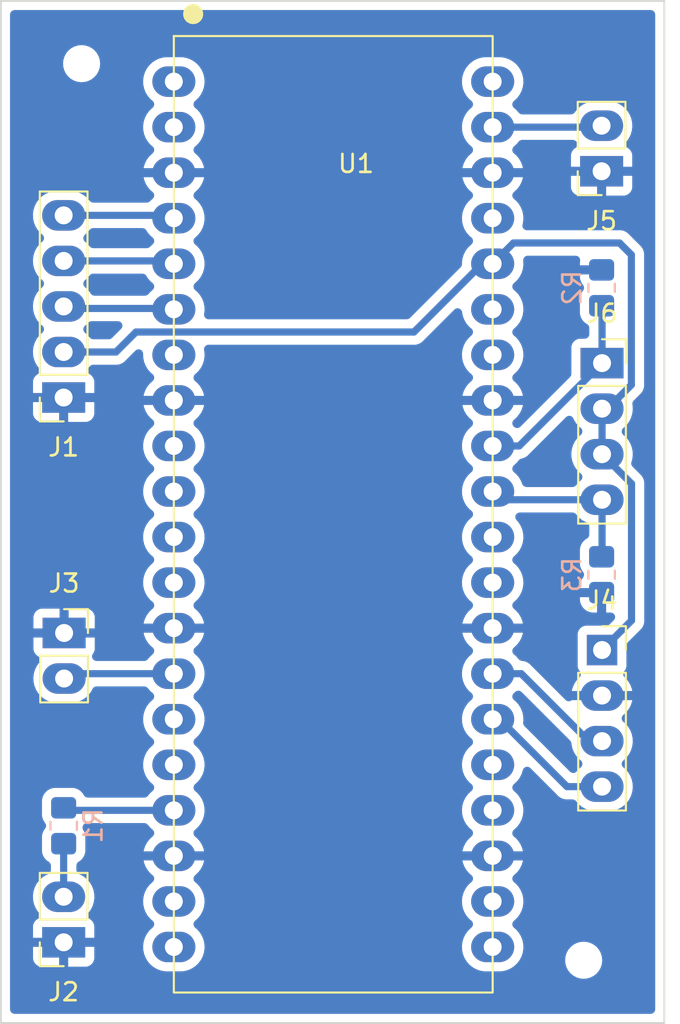
<source format=kicad_pcb>
(kicad_pcb (version 20211014) (generator pcbnew)
  (layers (0 "F.Cu" signal) (31 "B.Cu" signal) (34 "B.Paste" user) (35 "F.Paste" user) (36 "B.SilkS" user "B.Silkscreen") (37 "F.SilkS" user "F.Silkscreen") (38 "B.Mask" user) (39 "F.Mask" user) (44 "Edge.Cuts" user))
  (net 0 "")
  (net 1 "GND")
  (net 2 "3V3_out")
  (net 3 "Net-(J5-Pad2)")
  (net 4 "Net-(J6-Pad1)")
  (net 5 "Net-(J6-Pad4)")
  (net 6 "Net-(R1-Pad2)")
  (net 26 "Net-(R1-Pad1)")
  (net 28 "Net-(U1-Pad6)")
  (net 29 "Net-(U1-Pad5)")
  (net 30 "Net-(U1-Pad4)")
  (net 31 "Net-(U1-Pad14)")
  (net 33 "Net-(U1-Pad27)")
  (net 34 "Net-(U1-Pad26)")
  (footprint "footprints:PI_PICO" (layer "F.Cu") (at 19.805 9.580259)
    (fp_text reference "U1" (at 0 -0.5 unlocked) (layer "F.SilkS"))
    (fp_text value "PI_PICO")
    (fp_rect (start -10.16 -7.62) (end 7.62 45.72) (layer "F.SilkS") (width 0.12) (fill none))
    (fp_circle (center -9.083097 -8.845259) (end -8.583097 -8.845259) (layer "F.SilkS") (width 0.12) (fill solid))
    (pad "1" thru_hole oval (at -10.16 -5.08) (size 2.4 1.7) (drill 1) (layers *.Cu *.Mask))
    (pad "2" thru_hole oval (at -10.16 -2.54) (size 2.4 1.7) (drill 1) (layers *.Cu *.Mask))
    (pad "3" thru_hole oval (at -10.16 0) (size 2.4 1.7) (drill 1) (layers *.Cu *.Mask) (net 1 "GND"))
    (pad "4" thru_hole oval (at -10.16 2.54) (size 2.4 1.7) (drill 1) (layers *.Cu *.Mask) (net 30 "Net-(U1-Pad4)"))
    (pad "5" thru_hole oval (at -10.16 5.08) (size 2.4 1.7) (drill 1) (layers *.Cu *.Mask) (net 29 "Net-(U1-Pad5)"))
    (pad "6" thru_hole oval (at -10.16 7.62) (size 2.4 1.7) (drill 1) (layers *.Cu *.Mask) (net 28 "Net-(U1-Pad6)"))
    (pad "7" thru_hole oval (at -10.16 10.16) (size 2.4 1.7) (drill 1) (layers *.Cu *.Mask))
    (pad "8" thru_hole oval (at -10.16 12.7) (size 2.4 1.7) (drill 1) (layers *.Cu *.Mask) (net 1 "GND"))
    (pad "9" thru_hole oval (at -10.16 15.24) (size 2.4 1.7) (drill 1) (layers *.Cu *.Mask))
    (pad "10" thru_hole oval (at -10.16 17.78) (size 2.4 1.7) (drill 1) (layers *.Cu *.Mask))
    (pad "11" thru_hole oval (at -10.16 20.32) (size 2.4 1.7) (drill 1) (layers *.Cu *.Mask))
    (pad "12" thru_hole oval (at -10.16 22.86) (size 2.4 1.7) (drill 1) (layers *.Cu *.Mask))
    (pad "13" thru_hole oval (at -10.16 25.4) (size 2.4 1.7) (drill 1) (layers *.Cu *.Mask) (net 1 "GND"))
    (pad "14" thru_hole oval (at -10.16 27.94) (size 2.4 1.7) (drill 1) (layers *.Cu *.Mask) (net 31 "Net-(U1-Pad14)"))
    (pad "15" thru_hole oval (at -10.16 30.48) (size 2.4 1.7) (drill 1) (layers *.Cu *.Mask))
    (pad "16" thru_hole oval (at -10.16 33.02) (size 2.4 1.7) (drill 1) (layers *.Cu *.Mask))
    (pad "17" thru_hole oval (at -10.16 35.56) (size 2.4 1.7) (drill 1) (layers *.Cu *.Mask) (net 6 "Net-(R1-Pad2)"))
    (pad "18" thru_hole oval (at -10.16 38.1) (size 2.4 1.7) (drill 1) (layers *.Cu *.Mask) (net 1 "GND"))
    (pad "19" thru_hole oval (at -10.16 40.64) (size 2.4 1.7) (drill 1) (layers *.Cu *.Mask))
    (pad "20" thru_hole oval (at -10.16 43.18) (size 2.4 1.7) (drill 1) (layers *.Cu *.Mask))
    (pad "21" thru_hole oval (at 7.62 43.18) (size 2.4 1.7) (drill 1) (layers *.Cu *.Mask))
    (pad "22" thru_hole oval (at 7.62 40.64) (size 2.4 1.7) (drill 1) (layers *.Cu *.Mask))
    (pad "23" thru_hole oval (at 7.62 38.1) (size 2.4 1.7) (drill 1) (layers *.Cu *.Mask) (net 1 "GND"))
    (pad "24" thru_hole oval (at 7.62 35.56) (size 2.4 1.7) (drill 1) (layers *.Cu *.Mask))
    (pad "25" thru_hole oval (at 7.62 33.02) (size 2.4 1.7) (drill 1) (layers *.Cu *.Mask))
    (pad "26" thru_hole oval (at 7.62 30.48) (size 2.4 1.7) (drill 1) (layers *.Cu *.Mask) (net 34 "Net-(U1-Pad26)"))
    (pad "27" thru_hole oval (at 7.62 27.94) (size 2.4 1.7) (drill 1) (layers *.Cu *.Mask) (net 33 "Net-(U1-Pad27)"))
    (pad "28" thru_hole oval (at 7.62 25.4) (size 2.4 1.7) (drill 1) (layers *.Cu *.Mask) (net 1 "GND"))
    (pad "29" thru_hole oval (at 7.62 22.86) (size 2.4 1.7) (drill 1) (layers *.Cu *.Mask))
    (pad "30" thru_hole oval (at 7.62 20.32) (size 2.4 1.7) (drill 1) (layers *.Cu *.Mask))
    (pad "31" thru_hole oval (at 7.62 17.78) (size 2.4 1.7) (drill 1) (layers *.Cu *.Mask) (net 5 "Net-(J6-Pad4)"))
    (pad "32" thru_hole oval (at 7.62 15.24) (size 2.4 1.7) (drill 1) (layers *.Cu *.Mask) (net 4 "Net-(J6-Pad1)"))
    (pad "33" thru_hole oval (at 7.62 12.7) (size 2.4 1.7) (drill 1) (layers *.Cu *.Mask) (net 1 "GND"))
    (pad "34" thru_hole oval (at 7.62 10.16) (size 2.4 1.7) (drill 1) (layers *.Cu *.Mask))
    (pad "35" thru_hole oval (at 7.62 7.62) (size 2.4 1.7) (drill 1) (layers *.Cu *.Mask))
    (pad "36" thru_hole oval (at 7.62 5.08) (size 2.4 1.7) (drill 1) (layers *.Cu *.Mask) (net 2 "3V3_out"))
    (pad "37" thru_hole oval (at 7.62 2.54) (size 2.4 1.7) (drill 1) (layers *.Cu *.Mask))
    (pad "38" thru_hole oval (at 7.62 0) (size 2.4 1.7) (drill 1) (layers *.Cu *.Mask) (net 1 "GND"))
    (pad "39" thru_hole oval (at 7.62 -2.54) (size 2.4 1.7) (drill 1) (layers *.Cu *.Mask) (net 3 "Net-(J5-Pad2)"))
    (pad "40" thru_hole oval (at 7.62 -5.08) (size 2.4 1.7) (drill 1) (layers *.Cu *.Mask))
  )
  (footprint "Connector_PinSocket_2.54mm:PinSocket_1x05_P2.54mm_Vertical" (layer "F.Cu") (at 3.5 22.12 180)
    (fp_text reference "J1" (at 0 -2.77) (layer "F.SilkS"))
    (fp_text value "rotary")
    (fp_line (start -1.33 1.27) (end -1.33 11.49) (layer "F.SilkS") (width 0.12))
    (fp_line (start 1.33 1.27) (end 1.33 11.49) (layer "F.SilkS") (width 0.12))
    (fp_line (start -1.33 11.49) (end 1.33 11.49) (layer "F.SilkS") (width 0.12))
    (fp_line (start -1.33 1.27) (end 1.33 1.27) (layer "F.SilkS") (width 0.12))
    (fp_line (start 0 -1.33) (end 1.33 -1.33) (layer "F.SilkS") (width 0.12))
    (fp_line (start 1.33 -1.33) (end 1.33 0) (layer "F.SilkS") (width 0.12))
    (pad "1" thru_hole rect (at 0 0 180) (size 2.4 1.7) (drill 1) (layers *.Cu *.Mask) (net 1 "GND"))
    (pad "2" thru_hole oval (at 0 2.54 180) (size 2.4 1.7) (drill 1) (layers *.Cu *.Mask) (net 2 "3V3_out"))
    (pad "3" thru_hole oval (at 0 5.08 180) (size 2.4 1.7) (drill 1) (layers *.Cu *.Mask) (net 28 "Net-(U1-Pad6)"))
    (pad "4" thru_hole oval (at 0 7.62 180) (size 2.4 1.7) (drill 1) (layers *.Cu *.Mask) (net 29 "Net-(U1-Pad5)"))
    (pad "5" thru_hole oval (at 0 10.16 180) (size 2.4 1.7) (drill 1) (layers *.Cu *.Mask) (net 30 "Net-(U1-Pad4)"))
  )
  (footprint "Connector_PinSocket_2.54mm:PinSocket_1x02_P2.54mm_Vertical" (layer "F.Cu") (at 33.5 9.5 180)
    (fp_text reference "J5" (at 0 -2.77) (layer "F.SilkS"))
    (fp_text value "power")
    (fp_line (start 1.33 -1.33) (end 1.33 0) (layer "F.SilkS") (width 0.12))
    (fp_line (start 0 -1.33) (end 1.33 -1.33) (layer "F.SilkS") (width 0.12))
    (fp_line (start -1.33 1.27) (end 1.33 1.27) (layer "F.SilkS") (width 0.12))
    (fp_line (start -1.33 1.27) (end -1.33 3.87) (layer "F.SilkS") (width 0.12))
    (fp_line (start -1.33 3.87) (end 1.33 3.87) (layer "F.SilkS") (width 0.12))
    (fp_line (start 1.33 1.27) (end 1.33 3.87) (layer "F.SilkS") (width 0.12))
    (pad "1" thru_hole rect (at 0 0 180) (size 2.4 1.7) (drill 1) (layers *.Cu *.Mask) (net 1 "GND"))
    (pad "2" thru_hole oval (at 0 2.54 180) (size 2.4 1.7) (drill 1) (layers *.Cu *.Mask) (net 3 "Net-(J5-Pad2)"))
  )
  (footprint "Connector_PinSocket_2.54mm:PinSocket_1x04_P2.54mm_Vertical" (layer "F.Cu") (at 33.525 36.2)
    (fp_text reference "J4" (at 0 -2.77) (layer "F.SilkS"))
    (fp_text value "oled")
    (fp_line (start -1.33 8.95) (end 1.33 8.95) (layer "F.SilkS") (width 0.12))
    (fp_line (start -1.33 1.27) (end 1.33 1.27) (layer "F.SilkS") (width 0.12))
    (fp_line (start 0 -1.33) (end 1.33 -1.33) (layer "F.SilkS") (width 0.12))
    (fp_line (start 1.33 -1.33) (end 1.33 0) (layer "F.SilkS") (width 0.12))
    (fp_line (start -1.33 1.27) (end -1.33 8.95) (layer "F.SilkS") (width 0.12))
    (fp_line (start 1.33 1.27) (end 1.33 8.95) (layer "F.SilkS") (width 0.12))
    (pad "1" thru_hole rect (at 0 0) (size 1.7 1.7) (drill 1) (layers *.Cu *.Mask) (net 2 "3V3_out"))
    (pad "2" thru_hole oval (at 0 2.54) (size 2.4 1.7) (drill 1) (layers *.Cu *.Mask) (net 1 "GND"))
    (pad "3" thru_hole oval (at 0 5.08) (size 2.4 1.7) (drill 1) (layers *.Cu *.Mask) (net 33 "Net-(U1-Pad27)"))
    (pad "4" thru_hole oval (at 0 7.62) (size 2.4 1.7) (drill 1) (layers *.Cu *.Mask) (net 34 "Net-(U1-Pad26)"))
  )
  (footprint "Connector_PinSocket_2.54mm:PinSocket_1x04_P2.54mm_Vertical" (layer "F.Cu") (at 33.525 20.2)
    (fp_text reference "J6" (at 0 -2.77) (layer "F.SilkS"))
    (fp_text value "thermistors")
    (fp_line (start -1.33 8.95) (end 1.33 8.95) (layer "F.SilkS") (width 0.12))
    (fp_line (start 1.33 -1.33) (end 1.33 0) (layer "F.SilkS") (width 0.12))
    (fp_line (start -1.33 1.27) (end 1.33 1.27) (layer "F.SilkS") (width 0.12))
    (fp_line (start 0 -1.33) (end 1.33 -1.33) (layer "F.SilkS") (width 0.12))
    (fp_line (start -1.33 1.27) (end -1.33 8.95) (layer "F.SilkS") (width 0.12))
    (fp_line (start 1.33 1.27) (end 1.33 8.95) (layer "F.SilkS") (width 0.12))
    (pad "1" thru_hole rect (at 0 0) (size 2.4 1.7) (drill 1) (layers *.Cu *.Mask) (net 4 "Net-(J6-Pad1)"))
    (pad "2" thru_hole oval (at 0 2.54) (size 2.4 1.7) (drill 1) (layers *.Cu *.Mask) (net 2 "3V3_out"))
    (pad "3" thru_hole oval (at 0 5.08) (size 2.4 1.7) (drill 1) (layers *.Cu *.Mask) (net 2 "3V3_out"))
    (pad "4" thru_hole oval (at 0 7.62) (size 2.4 1.7) (drill 1) (layers *.Cu *.Mask) (net 5 "Net-(J6-Pad4)"))
  )
  (footprint "Connector_PinSocket_2.54mm:PinSocket_1x02_P2.54mm_Vertical" (layer "F.Cu") (at 3.525 35.25)
    (fp_text reference "J3" (at 0 -2.77) (layer "F.SilkS"))
    (fp_text value "ssr")
    (fp_line (start -1.33 3.87) (end 1.33 3.87) (layer "F.SilkS") (width 0.12))
    (fp_line (start 1.33 -1.33) (end 1.33 0) (layer "F.SilkS") (width 0.12))
    (fp_line (start -1.33 1.27) (end 1.33 1.27) (layer "F.SilkS") (width 0.12))
    (fp_line (start -1.33 1.27) (end -1.33 3.87) (layer "F.SilkS") (width 0.12))
    (fp_line (start 0 -1.33) (end 1.33 -1.33) (layer "F.SilkS") (width 0.12))
    (fp_line (start 1.33 1.27) (end 1.33 3.87) (layer "F.SilkS") (width 0.12))
    (pad "1" thru_hole rect (at 0 0) (size 2.4 1.7) (drill 1) (layers *.Cu *.Mask) (net 1 "GND"))
    (pad "2" thru_hole oval (at 0 2.54) (size 2.4 1.7) (drill 1) (layers *.Cu *.Mask) (net 31 "Net-(U1-Pad14)"))
  )
  (footprint "Connector_PinSocket_2.54mm:PinSocket_1x02_P2.54mm_Vertical" (layer "F.Cu") (at 3.5 52.5 180)
    (fp_text reference "J2" (at 0 -2.77) (layer "F.SilkS"))
    (fp_text value "led")
    (fp_line (start 0 -1.33) (end 1.33 -1.33) (layer "F.SilkS") (width 0.12))
    (fp_line (start -1.33 3.87) (end 1.33 3.87) (layer "F.SilkS") (width 0.12))
    (fp_line (start -1.33 1.27) (end -1.33 3.87) (layer "F.SilkS") (width 0.12))
    (fp_line (start 1.33 1.27) (end 1.33 3.87) (layer "F.SilkS") (width 0.12))
    (fp_line (start 1.33 -1.33) (end 1.33 0) (layer "F.SilkS") (width 0.12))
    (fp_line (start -1.33 1.27) (end 1.33 1.27) (layer "F.SilkS") (width 0.12))
    (pad "1" thru_hole rect (at 0 0 180) (size 2.4 1.7) (drill 1) (layers *.Cu *.Mask) (net 1 "GND"))
    (pad "2" thru_hole oval (at 0 2.54 180) (size 2.4 1.7) (drill 1) (layers *.Cu *.Mask) (net 26 "Net-(R1-Pad1)"))
  )
  (footprint "Resistor_SMD:R_0805_2012Metric_Pad1.20x1.40mm_HandSolder" (layer "B.Cu") (at 33.5 32 -90)
    (fp_text reference "R3" (at 0 1.65 90) (layer "B.SilkS") (effects (justify mirror)))
    (fp_text value "100k")
    (fp_line (start -0.227064 -0.735) (end 0.227064 -0.735) (layer "B.SilkS") (width 0.12))
    (fp_line (start -0.227064 0.735) (end 0.227064 0.735) (layer "B.SilkS") (width 0.12))
    (pad "1" smd roundrect (at -1 0 270) (size 1.2 1.4) (layers "B.Cu" "B.Paste" "B.Mask") (roundrect_rratio 0.2083333333) (net 5 "Net-(J6-Pad4)"))
    (pad "2" smd roundrect (at 1 0 270) (size 1.2 1.4) (layers "B.Cu" "B.Paste" "B.Mask") (roundrect_rratio 0.2083333333) (net 1 "GND"))
  )
  (footprint "Resistor_SMD:R_0805_2012Metric_Pad1.20x1.40mm_HandSolder" (layer "B.Cu") (at 3.5 46 90)
    (fp_text reference "R1" (at 0 1.65 90) (layer "B.SilkS") (effects (justify mirror)))
    (fp_text value "1K")
    (fp_line (start -0.227064 0.735) (end 0.227064 0.735) (layer "B.SilkS") (width 0.12))
    (fp_line (start -0.227064 -0.735) (end 0.227064 -0.735) (layer "B.SilkS") (width 0.12))
    (pad "1" smd roundrect (at -1 0 90) (size 1.2 1.4) (layers "B.Cu" "B.Paste" "B.Mask") (roundrect_rratio 0.2083333333) (net 26 "Net-(R1-Pad1)"))
    (pad "2" smd roundrect (at 1 0 90) (size 1.2 1.4) (layers "B.Cu" "B.Paste" "B.Mask") (roundrect_rratio 0.2083333333) (net 6 "Net-(R1-Pad2)"))
  )
  (footprint "Resistor_SMD:R_0805_2012Metric_Pad1.20x1.40mm_HandSolder" (layer "B.Cu") (at 33.5 16 -90)
    (fp_text reference "R2" (at 0 1.65 90) (layer "B.SilkS") (effects (justify mirror)))
    (fp_text value "100k")
    (fp_line (start -0.227064 -0.735) (end 0.227064 -0.735) (layer "B.SilkS") (width 0.12))
    (fp_line (start -0.227064 0.735) (end 0.227064 0.735) (layer "B.SilkS") (width 0.12))
    (pad "1" smd roundrect (at -1 0 270) (size 1.2 1.4) (layers "B.Cu" "B.Paste" "B.Mask") (roundrect_rratio 0.2083333333) (net 1 "GND"))
    (pad "2" smd roundrect (at 1 0 270) (size 1.2 1.4) (layers "B.Cu" "B.Paste" "B.Mask") (roundrect_rratio 0.2083333333) (net 4 "Net-(J6-Pad1)"))
  )
  (gr_rect (start 0 0) (end 37 57) (layer "Edge.Cuts") (width 0.1) (fill none))
  (via (at 32.5 53.5) (size 3.2) (drill 1) (layers "F.Cu" "B.Cu") (remove_unused_layers) (net 0))
  (via (at 4.5 3.5) (size 3.2) (drill 1) (layers "F.Cu" "B.Cu") (remove_unused_layers) (net 0))
  (segment (start 33.525 22.74) (end 33.525 25.28) (width 0.4) (layer "B.Cu") (net 2))
  (segment (start 27.425 14.660259) (end 28.585259 13.5) (width 0.4) (layer "B.Cu") (net 2))
  (segment (start 3.5 19.58) (end 6.42 19.58) (width 0.4) (layer "B.Cu") (net 2))
  (segment (start 28.585259 13.5) (end 34.5 13.5) (width 0.4) (layer "B.Cu") (net 2))
  (segment (start 33.525 36.2) (end 35.169294 34.555706) (width 0.4) (layer "B.Cu") (net 2))
  (segment (start 33.835 22.74) (end 33.525 22.74) (width 0.4) (layer "B.Cu") (net 2))
  (segment (start 35.160079 21.414921) (end 33.835 22.74) (width 0.4) (layer "B.Cu") (net 2))
  (segment (start 23.034065 18.465935) (end 26.839741 14.660259) (width 0.4) (layer "B.Cu") (net 2))
  (segment (start 35.160079 14.160079) (end 35.160079 21.414921) (width 0.4) (layer "B.Cu") (net 2))
  (segment (start 34.5 13.5) (end 35.160079 14.160079) (width 0.4) (layer "B.Cu") (net 2))
  (segment (start 7.534065 18.465935) (end 23.034065 18.465935) (width 0.4) (layer "B.Cu") (net 2))
  (segment (start 35.169294 34.555706) (end 35.169294 26.924294) (width 0.4) (layer "B.Cu") (net 2))
  (segment (start 6.42 19.58) (end 7.534065 18.465935) (width 0.4) (layer "B.Cu") (net 2))
  (segment (start 35.169294 26.924294) (end 33.525 25.28) (width 0.4) (layer "B.Cu") (net 2))
  (segment (start 26.839741 14.660259) (end 27.425 14.660259) (width 0.4) (layer "B.Cu") (net 2))
  (segment (start 33.419741 7.040259) (end 33.5 6.96) (width 0.4) (layer "B.Cu") (net 3))
  (segment (start 27.425 7.040259) (end 33.419741 7.040259) (width 0.4) (layer "B.Cu") (net 3))
  (segment (start 33.525 17.025) (end 33.525 20.2) (width 0.4) (layer "B.Cu") (net 4))
  (segment (start 27.425 24.820259) (end 28.904741 24.820259) (width 0.4) (layer "B.Cu") (net 4))
  (segment (start 28.904741 24.820259) (end 33.525 20.2) (width 0.4) (layer "B.Cu") (net 4))
  (segment (start 33.5 17) (end 33.525 17.025) (width 0.4) (layer "B.Cu") (net 4))
  (segment (start 33.525 30.975) (end 33.5 31) (width 0.4) (layer "B.Cu") (net 5))
  (segment (start 33.525 27.82) (end 33.525 30.975) (width 0.4) (layer "B.Cu") (net 5))
  (segment (start 33.525 27.82) (end 27.884741 27.82) (width 0.4) (layer "B.Cu") (net 5))
  (segment (start 27.884741 27.82) (end 27.425 27.360259) (width 0.4) (layer "B.Cu") (net 5))
  (segment (start 3.5 45.07) (end 3.570259 45.140259) (width 0.4) (layer "B.Cu") (net 6))
  (segment (start 3.570259 45.140259) (end 9.645 45.140259) (width 0.4) (layer "B.Cu") (net 6))
  (segment (start 3.5 47) (end 3.5 49.96) (width 0.4) (layer "B.Cu") (net 26))
  (segment (start 3.610831 17.150831) (end 9.595572 17.150831) (width 0.4) (layer "B.Cu") (net 28))
  (segment (start 3.5 17.04) (end 3.610831 17.150831) (width 0.4) (layer "B.Cu") (net 28))
  (segment (start 9.595572 17.150831) (end 9.645 17.200259) (width 0.4) (layer "B.Cu") (net 28))
  (segment (start 9.484741 14.5) (end 9.645 14.660259) (width 0.4) (layer "B.Cu") (net 29))
  (segment (start 3.5 14.5) (end 9.484741 14.5) (width 0.4) (layer "B.Cu") (net 29))
  (segment (start 9.484741 11.96) (end 9.645 12.120259) (width 0.4) (layer "B.Cu") (net 30))
  (segment (start 3.5 11.96) (end 9.484741 11.96) (width 0.4) (layer "B.Cu") (net 30))
  (segment (start 9.645 37.520259) (end 3.794741 37.520259) (width 0.4) (layer "B.Cu") (net 31))
  (segment (start 3.794741 37.520259) (end 3.525 37.79) (width 0.4) (layer "B.Cu") (net 31))
  (segment (start 29.020259 37.520259) (end 32.78 41.28) (width 0.4) (layer "B.Cu") (net 33))
  (segment (start 27.425 37.520259) (end 29.020259 37.520259) (width 0.4) (layer "B.Cu") (net 33))
  (segment (start 32.78 41.28) (end 33.525 41.28) (width 0.4) (layer "B.Cu") (net 33))
  (segment (start 27.425 40.060259) (end 27.810259 40.060259) (width 0.4) (layer "B.Cu") (net 34))
  (segment (start 27.810259 40.060259) (end 31.57 43.82) (width 0.4) (layer "B.Cu") (net 34))
  (segment (start 31.57 43.82) (end 33.525 43.82) (width 0.4) (layer "B.Cu") (net 34))
  (zone (net 1) (net_name "GND") (layer "B.Cu") (connect_pads (clearance 0.508)) (min_thickness 0.508) (fill yes (thermal_gap 0.508) (thermal_bridge_width 0.508) (island_removal_mode 1) (island_area_min 0))
    (polygon (pts (xy 0 0) (xy 37 0) (xy 37 57) (xy 0 57)))
  )
)
</source>
